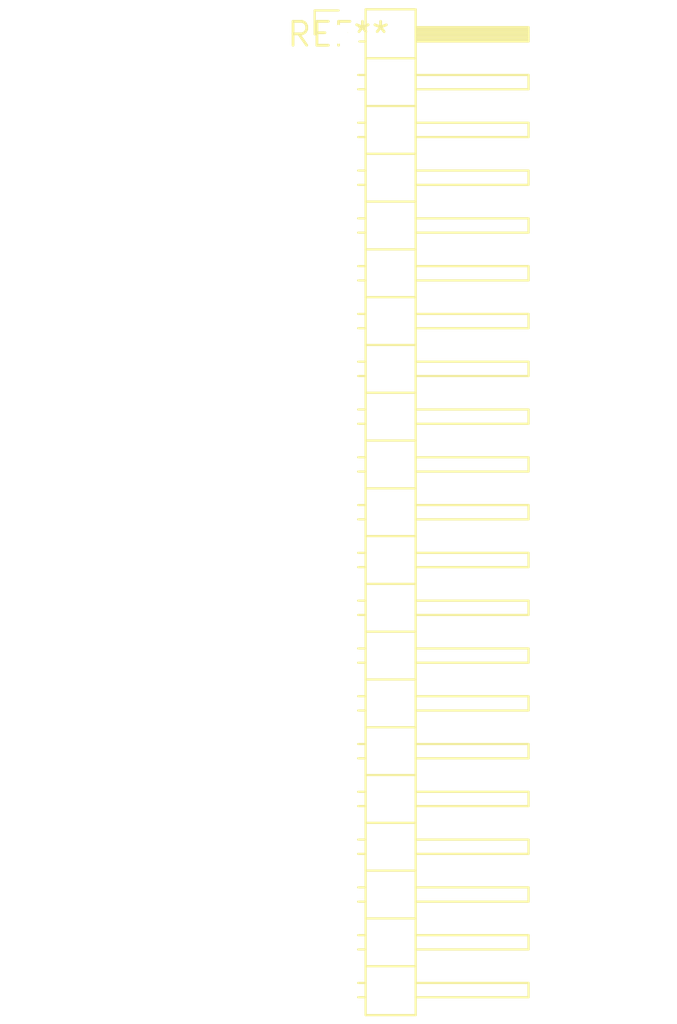
<source format=kicad_pcb>
(kicad_pcb (version 20240108) (generator pcbnew)
  (layers (0 "F.Cu" signal) (31 "B.Cu" signal) (34 "B.Paste" user) (35 "F.Paste" user) (36 "B.SilkS" user "B.Silkscreen") (37 "F.SilkS" user "F.Silkscreen") (38 "B.Mask" user) (39 "F.Mask" user) (44 "Edge.Cuts" user))
  (net 0 "")
  (footprint "PinHeader_1x21_P2.54mm_Horizontal" (layer "F.Cu") (at 0 0)
    (property "Reference" "REF**")
    (property "Value" "PinHeader_1x21_P2.54mm_Horizontal")
    (fp_line (start -1.27 -1.27) (end 0 -1.27) (layer "F.SilkS") (stroke (width 0.12)))
    (fp_line (start -1.27 0) (end -1.27 -1.27) (layer "F.SilkS") (stroke (width 0.12)))
    (fp_line (start 1.042929 2.16) (end 1.44 2.16) (layer "F.SilkS") (stroke (width 0.12)))
    (fp_line (start 1.042929 2.92) (end 1.44 2.92) (layer "F.SilkS") (stroke (width 0.12)))
    (fp_line (start 1.042929 4.7) (end 1.44 4.7) (layer "F.SilkS") (stroke (width 0.12)))
    (fp_line (start 1.042929 5.46) (end 1.44 5.46) (layer "F.SilkS") (stroke (width 0.12)))
    (fp_line (start 1.042929 7.24) (end 1.44 7.24) (layer "F.SilkS") (stroke (width 0.12)))
    (fp_line (start 1.042929 8) (end 1.44 8) (layer "F.SilkS") (stroke (width 0.12)))
    (fp_line (start 1.042929 9.78) (end 1.44 9.78) (layer "F.SilkS") (stroke (width 0.12)))
    (fp_line (start 1.042929 10.54) (end 1.44 10.54) (layer "F.SilkS") (stroke (width 0.12)))
    (fp_line (start 1.042929 12.32) (end 1.44 12.32) (layer "F.SilkS") (stroke (width 0.12)))
    (fp_line (start 1.042929 13.08) (end 1.44 13.08) (layer "F.SilkS") (stroke (width 0.12)))
    (fp_line (start 1.042929 14.86) (end 1.44 14.86) (layer "F.SilkS") (stroke (width 0.12)))
    (fp_line (start 1.042929 15.62) (end 1.44 15.62) (layer "F.SilkS") (stroke (width 0.12)))
    (fp_line (start 1.042929 17.4) (end 1.44 17.4) (layer "F.SilkS") (stroke (width 0.12)))
    (fp_line (start 1.042929 18.16) (end 1.44 18.16) (layer "F.SilkS") (stroke (width 0.12)))
    (fp_line (start 1.042929 19.94) (end 1.44 19.94) (layer "F.SilkS") (stroke (width 0.12)))
    (fp_line (start 1.042929 20.7) (end 1.44 20.7) (layer "F.SilkS") (stroke (width 0.12)))
    (fp_line (start 1.042929 22.48) (end 1.44 22.48) (layer "F.SilkS") (stroke (width 0.12)))
    (fp_line (start 1.042929 23.24) (end 1.44 23.24) (layer "F.SilkS") (stroke (width 0.12)))
    (fp_line (start 1.042929 25.02) (end 1.44 25.02) (layer "F.SilkS") (stroke (width 0.12)))
    (fp_line (start 1.042929 25.78) (end 1.44 25.78) (layer "F.SilkS") (stroke (width 0.12)))
    (fp_line (start 1.042929 27.56) (end 1.44 27.56) (layer "F.SilkS") (stroke (width 0.12)))
    (fp_line (start 1.042929 28.32) (end 1.44 28.32) (layer "F.SilkS") (stroke (width 0.12)))
    (fp_line (start 1.042929 30.1) (end 1.44 30.1) (layer "F.SilkS") (stroke (width 0.12)))
    (fp_line (start 1.042929 30.86) (end 1.44 30.86) (layer "F.SilkS") (stroke (width 0.12)))
    (fp_line (start 1.042929 32.64) (end 1.44 32.64) (layer "F.SilkS") (stroke (width 0.12)))
    (fp_line (start 1.042929 33.4) (end 1.44 33.4) (layer "F.SilkS") (stroke (width 0.12)))
    (fp_line (start 1.042929 35.18) (end 1.44 35.18) (layer "F.SilkS") (stroke (width 0.12)))
    (fp_line (start 1.042929 35.94) (end 1.44 35.94) (layer "F.SilkS") (stroke (width 0.12)))
    (fp_line (start 1.042929 37.72) (end 1.44 37.72) (layer "F.SilkS") (stroke (width 0.12)))
    (fp_line (start 1.042929 38.48) (end 1.44 38.48) (layer "F.SilkS") (stroke (width 0.12)))
    (fp_line (start 1.042929 40.26) (end 1.44 40.26) (layer "F.SilkS") (stroke (width 0.12)))
    (fp_line (start 1.042929 41.02) (end 1.44 41.02) (layer "F.SilkS") (stroke (width 0.12)))
    (fp_line (start 1.042929 42.8) (end 1.44 42.8) (layer "F.SilkS") (stroke (width 0.12)))
    (fp_line (start 1.042929 43.56) (end 1.44 43.56) (layer "F.SilkS") (stroke (width 0.12)))
    (fp_line (start 1.042929 45.34) (end 1.44 45.34) (layer "F.SilkS") (stroke (width 0.12)))
    (fp_line (start 1.042929 46.1) (end 1.44 46.1) (layer "F.SilkS") (stroke (width 0.12)))
    (fp_line (start 1.042929 47.88) (end 1.44 47.88) (layer "F.SilkS") (stroke (width 0.12)))
    (fp_line (start 1.042929 48.64) (end 1.44 48.64) (layer "F.SilkS") (stroke (width 0.12)))
    (fp_line (start 1.042929 50.42) (end 1.44 50.42) (layer "F.SilkS") (stroke (width 0.12)))
    (fp_line (start 1.042929 51.18) (end 1.44 51.18) (layer "F.SilkS") (stroke (width 0.12)))
    (fp_line (start 1.11 -0.38) (end 1.44 -0.38) (layer "F.SilkS") (stroke (width 0.12)))
    (fp_line (start 1.11 0.38) (end 1.44 0.38) (layer "F.SilkS") (stroke (width 0.12)))
    (fp_line (start 1.44 -1.33) (end 1.44 52.13) (layer "F.SilkS") (stroke (width 0.12)))
    (fp_line (start 1.44 1.27) (end 4.1 1.27) (layer "F.SilkS") (stroke (width 0.12)))
    (fp_line (start 1.44 3.81) (end 4.1 3.81) (layer "F.SilkS") (stroke (width 0.12)))
    (fp_line (start 1.44 6.35) (end 4.1 6.35) (layer "F.SilkS") (stroke (width 0.12)))
    (fp_line (start 1.44 8.89) (end 4.1 8.89) (layer "F.SilkS") (stroke (width 0.12)))
    (fp_line (start 1.44 11.43) (end 4.1 11.43) (layer "F.SilkS") (stroke (width 0.12)))
    (fp_line (start 1.44 13.97) (end 4.1 13.97) (layer "F.SilkS") (stroke (width 0.12)))
    (fp_line (start 1.44 16.51) (end 4.1 16.51) (layer "F.SilkS") (stroke (width 0.12)))
    (fp_line (start 1.44 19.05) (end 4.1 19.05) (layer "F.SilkS") (stroke (width 0.12)))
    (fp_line (start 1.44 21.59) (end 4.1 21.59) (layer "F.SilkS") (stroke (width 0.12)))
    (fp_line (start 1.44 24.13) (end 4.1 24.13) (layer "F.SilkS") (stroke (width 0.12)))
    (fp_line (start 1.44 26.67) (end 4.1 26.67) (layer "F.SilkS") (stroke (width 0.12)))
    (fp_line (start 1.44 29.21) (end 4.1 29.21) (layer "F.SilkS") (stroke (width 0.12)))
    (fp_line (start 1.44 31.75) (end 4.1 31.75) (layer "F.SilkS") (stroke (width 0.12)))
    (fp_line (start 1.44 34.29) (end 4.1 34.29) (layer "F.SilkS") (stroke (width 0.12)))
    (fp_line (start 1.44 36.83) (end 4.1 36.83) (layer "F.SilkS") (stroke (width 0.12)))
    (fp_line (start 1.44 39.37) (end 4.1 39.37) (layer "F.SilkS") (stroke (width 0.12)))
    (fp_line (start 1.44 41.91) (end 4.1 41.91) (layer "F.SilkS") (stroke (width 0.12)))
    (fp_line (start 1.44 44.45) (end 4.1 44.45) (layer "F.SilkS") (stroke (width 0.12)))
    (fp_line (start 1.44 46.99) (end 4.1 46.99) (layer "F.SilkS") (stroke (width 0.12)))
    (fp_line (start 1.44 49.53) (end 4.1 49.53) (layer "F.SilkS") (stroke (width 0.12)))
    (fp_line (start 1.44 52.13) (end 4.1 52.13) (layer "F.SilkS") (stroke (width 0.12)))
    (fp_line (start 4.1 -1.33) (end 1.44 -1.33) (layer "F.SilkS") (stroke (width 0.12)))
    (fp_line (start 4.1 -0.38) (end 10.1 -0.38) (layer "F.SilkS") (stroke (width 0.12)))
    (fp_line (start 4.1 -0.32) (end 10.1 -0.32) (layer "F.SilkS") (stroke (width 0.12)))
    (fp_line (start 4.1 -0.2) (end 10.1 -0.2) (layer "F.SilkS") (stroke (width 0.12)))
    (fp_line (start 4.1 -0.08) (end 10.1 -0.08) (layer "F.SilkS") (stroke (width 0.12)))
    (fp_line (start 4.1 0.04) (end 10.1 0.04) (layer "F.SilkS") (stroke (width 0.12)))
    (fp_line (start 4.1 0.16) (end 10.1 0.16) (layer "F.SilkS") (stroke (width 0.12)))
    (fp_line (start 4.1 0.28) (end 10.1 0.28) (layer "F.SilkS") (stroke (width 0.12)))
    (fp_line (start 4.1 2.16) (end 10.1 2.16) (layer "F.SilkS") (stroke (width 0.12)))
    (fp_line (start 4.1 4.7) (end 10.1 4.7) (layer "F.SilkS") (stroke (width 0.12)))
    (fp_line (start 4.1 7.24) (end 10.1 7.24) (layer "F.SilkS") (stroke (width 0.12)))
    (fp_line (start 4.1 9.78) (end 10.1 9.78) (layer "F.SilkS") (stroke (width 0.12)))
    (fp_line (start 4.1 12.32) (end 10.1 12.32) (layer "F.SilkS") (stroke (width 0.12)))
    (fp_line (start 4.1 14.86) (end 10.1 14.86) (layer "F.SilkS") (stroke (width 0.12)))
    (fp_line (start 4.1 17.4) (end 10.1 17.4) (layer "F.SilkS") (stroke (width 0.12)))
    (fp_line (start 4.1 19.94) (end 10.1 19.94) (layer "F.SilkS") (stroke (width 0.12)))
    (fp_line (start 4.1 22.48) (end 10.1 22.48) (layer "F.SilkS") (stroke (width 0.12)))
    (fp_line (start 4.1 25.02) (end 10.1 25.02) (layer "F.SilkS") (stroke (width 0.12)))
    (fp_line (start 4.1 27.56) (end 10.1 27.56) (layer "F.SilkS") (stroke (width 0.12)))
    (fp_line (start 4.1 30.1) (end 10.1 30.1) (layer "F.SilkS") (stroke (width 0.12)))
    (fp_line (start 4.1 32.64) (end 10.1 32.64) (layer "F.SilkS") (stroke (width 0.12)))
    (fp_line (start 4.1 35.18) (end 10.1 35.18) (layer "F.SilkS") (stroke (width 0.12)))
    (fp_line (start 4.1 37.72) (end 10.1 37.72) (layer "F.SilkS") (stroke (width 0.12)))
    (fp_line (start 4.1 40.26) (end 10.1 40.26) (layer "F.SilkS") (stroke (width 0.12)))
    (fp_line (start 4.1 42.8) (end 10.1 42.8) (layer "F.SilkS") (stroke (width 0.12)))
    (fp_line (start 4.1 45.34) (end 10.1 45.34) (layer "F.SilkS") (stroke (width 0.12)))
    (fp_line (start 4.1 47.88) (end 10.1 47.88) (layer "F.SilkS") (stroke (width 0.12)))
    (fp_line (start 4.1 50.42) (end 10.1 50.42) (layer "F.SilkS") (stroke (width 0.12)))
    (fp_line (start 4.1 52.13) (end 4.1 -1.33) (layer "F.SilkS") (stroke (width 0.12)))
    (fp_line (start 10.1 -0.38) (end 10.1 0.38) (layer "F.SilkS") (stroke (width 0.12)))
    (fp_line (start 10.1 0.38) (end 4.1 0.38) (layer "F.SilkS") (stroke (width 0.12)))
    (fp_line (start 10.1 2.16) (end 10.1 2.92) (layer "F.SilkS") (stroke (width 0.12)))
    (fp_line (start 10.1 2.92) (end 4.1 2.92) (layer "F.SilkS") (stroke (width 0.12)))
    (fp_line (start 10.1 4.7) (end 10.1 5.46) (layer "F.SilkS") (stroke (width 0.12)))
    (fp_line (start 10.1 5.46) (end 4.1 5.46) (layer "F.SilkS") (stroke (width 0.12)))
    (fp_line (start 10.1 7.24) (end 10.1 8) (layer "F.SilkS") (stroke (width 0.12)))
    (fp_line (start 10.1 8) (end 4.1 8) (layer "F.SilkS") (stroke (width 0.12)))
    (fp_line (start 10.1 9.78) (end 10.1 10.54) (layer "F.SilkS") (stroke (width 0.12)))
    (fp_line (start 10.1 10.54) (end 4.1 10.54) (layer "F.SilkS") (stroke (width 0.12)))
    (fp_line (start 10.1 12.32) (end 10.1 13.08) (layer "F.SilkS") (stroke (width 0.12)))
    (fp_line (start 10.1 13.08) (end 4.1 13.08) (layer "F.SilkS") (stroke (width 0.12)))
    (fp_line (start 10.1 14.86) (end 10.1 15.62) (layer "F.SilkS") (stroke (width 0.12)))
    (fp_line (start 10.1 15.62) (end 4.1 15.62) (layer "F.SilkS") (stroke (width 0.12)))
    (fp_line (start 10.1 17.4) (end 10.1 18.16) (layer "F.SilkS") (stroke (width 0.12)))
    (fp_line (start 10.1 18.16) (end 4.1 18.16) (layer "F.SilkS") (stroke (width 0.12)))
    (fp_line (start 10.1 19.94) (end 10.1 20.7) (layer "F.SilkS") (stroke (width 0.12)))
    (fp_line (start 10.1 20.7) (end 4.1 20.7) (layer "F.SilkS") (stroke (width 0.12)))
    (fp_line (start 10.1 22.48) (end 10.1 23.24) (layer "F.SilkS") (stroke (width 0.12)))
    (fp_line (start 10.1 23.24) (end 4.1 23.24) (layer "F.SilkS") (stroke (width 0.12)))
    (fp_line (start 10.1 25.02) (end 10.1 25.78) (layer "F.SilkS") (stroke (width 0.12)))
    (fp_line (start 10.1 25.78) (end 4.1 25.78) (layer "F.SilkS") (stroke (width 0.12)))
    (fp_line (start 10.1 27.56) (end 10.1 28.32) (layer "F.SilkS") (stroke (width 0.12)))
    (fp_line (start 10.1 28.32) (end 4.1 28.32) (layer "F.SilkS") (stroke (width 0.12)))
    (fp_line (start 10.1 30.1) (end 10.1 30.86) (layer "F.SilkS") (stroke (width 0.12)))
    (fp_line (start 10.1 30.86) (end 4.1 30.86) (layer "F.SilkS") (stroke (width 0.12)))
    (fp_line (start 10.1 32.64) (end 10.1 33.4) (layer "F.SilkS") (stroke (width 0.12)))
    (fp_line (start 10.1 33.4) (end 4.1 33.4) (layer "F.SilkS") (stroke (width 0.12)))
    (fp_line (start 10.1 35.18) (end 10.1 35.94) (layer "F.SilkS") (stroke (width 0.12)))
    (fp_line (start 10.1 35.94) (end 4.1 35.94) (layer "F.SilkS") (stroke (width 0.12)))
    (fp_line (start 10.1 37.72) (end 10.1 38.48) (layer "F.SilkS") (stroke (width 0.12)))
    (fp_line (start 10.1 38.48) (end 4.1 38.48) (layer "F.SilkS") (stroke (width 0.12)))
    (fp_line (start 10.1 40.26) (end 10.1 41.02) (layer "F.SilkS") (stroke (width 0.12)))
    (fp_line (start 10.1 41.02) (end 4.1 41.02) (layer "F.SilkS") (stroke (width 0.12)))
    (fp_line (start 10.1 42.8) (end 10.1 43.56) (layer "F.SilkS") (stroke (width 0.12)))
    (fp_line (start 10.1 43.56) (end 4.1 43.56) (layer "F.SilkS") (stroke (width 0.12)))
    (fp_line (start 10.1 45.34) (end 10.1 46.1) (layer "F.SilkS") (stroke (width 0.12)))
    (fp_line (start 10.1 46.1) (end 4.1 46.1) (layer "F.SilkS") (stroke (width 0.12)))
    (fp_line (start 10.1 47.88) (end 10.1 48.64) (layer "F.SilkS") (stroke (width 0.12)))
    (fp_line (start 10.1 48.64) (end 4.1 48.64) (layer "F.SilkS") (stroke (width 0.12)))
    (fp_line (start 10.1 50.42) (end 10.1 51.18) (layer "F.SilkS") (stroke (width 0.12)))
    (fp_line (start 10.1 51.18) (end 4.1 51.18) (layer "F.SilkS") (stroke (width 0.12)))
    (pad "1" thru_hole rect (at 0 0) (size 1.7 1.7) (drill 1) (layers *.Cu *.Mask) (remove_unused_layers))
    (pad "2" thru_hole oval (at 0 2.54) (size 1.7 1.7) (drill 1) (layers *.Cu *.Mask) (remove_unused_layers))
    (pad "3" thru_hole oval (at 0 5.08) (size 1.7 1.7) (drill 1) (layers *.Cu *.Mask) (remove_unused_layers))
    (pad "4" thru_hole oval (at 0 7.62) (size 1.7 1.7) (drill 1) (layers *.Cu *.Mask) (remove_unused_layers))
    (pad "5" thru_hole oval (at 0 10.16) (size 1.7 1.7) (drill 1) (layers *.Cu *.Mask) (remove_unused_layers))
    (pad "6" thru_hole oval (at 0 12.7) (size 1.7 1.7) (drill 1) (layers *.Cu *.Mask) (remove_unused_layers))
    (pad "7" thru_hole oval (at 0 15.24) (size 1.7 1.7) (drill 1) (layers *.Cu *.Mask) (remove_unused_layers))
    (pad "8" thru_hole oval (at 0 17.78) (size 1.7 1.7) (drill 1) (layers *.Cu *.Mask) (remove_unused_layers))
    (pad "9" thru_hole oval (at 0 20.32) (size 1.7 1.7) (drill 1) (layers *.Cu *.Mask) (remove_unused_layers))
    (pad "10" thru_hole oval (at 0 22.86) (size 1.7 1.7) (drill 1) (layers *.Cu *.Mask) (remove_unused_layers))
    (pad "11" thru_hole oval (at 0 25.4) (size 1.7 1.7) (drill 1) (layers *.Cu *.Mask) (remove_unused_layers))
    (pad "12" thru_hole oval (at 0 27.94) (size 1.7 1.7) (drill 1) (layers *.Cu *.Mask) (remove_unused_layers))
    (pad "13" thru_hole oval (at 0 30.48) (size 1.7 1.7) (drill 1) (layers *.Cu *.Mask) (remove_unused_layers))
    (pad "14" thru_hole oval (at 0 33.02) (size 1.7 1.7) (drill 1) (layers *.Cu *.Mask) (remove_unused_layers))
    (pad "15" thru_hole oval (at 0 35.56) (size 1.7 1.7) (drill 1) (layers *.Cu *.Mask) (remove_unused_layers))
    (pad "16" thru_hole oval (at 0 38.1) (size 1.7 1.7) (drill 1) (layers *.Cu *.Mask) (remove_unused_layers))
    (pad "17" thru_hole oval (at 0 40.64) (size 1.7 1.7) (drill 1) (layers *.Cu *.Mask) (remove_unused_layers))
    (pad "18" thru_hole oval (at 0 43.18) (size 1.7 1.7) (drill 1) (layers *.Cu *.Mask) (remove_unused_layers))
    (pad "19" thru_hole oval (at 0 45.72) (size 1.7 1.7) (drill 1) (layers *.Cu *.Mask) (remove_unused_layers))
    (pad "20" thru_hole oval (at 0 48.26) (size 1.7 1.7) (drill 1) (layers *.Cu *.Mask) (remove_unused_layers))
    (pad "21" thru_hole oval (at 0 50.8) (size 1.7 1.7) (drill 1) (layers *.Cu *.Mask) (remove_unused_layers))
  )
)
</source>
